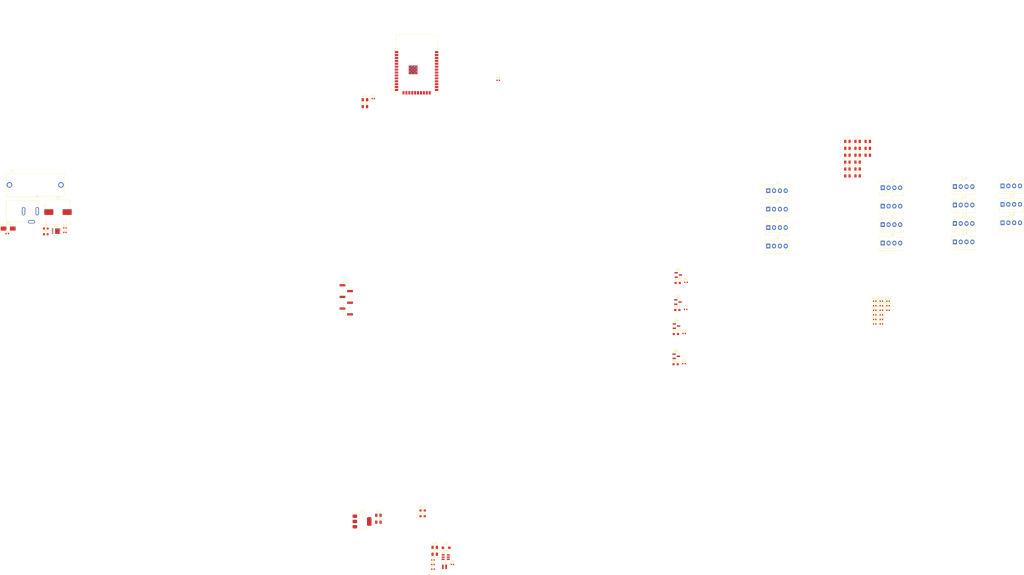
<source format=kicad_pcb>
(kicad_pcb (version 20240108) (generator "pcbnew") (generator_version "8.0")
  (layers (0 "F.Cu" signal) (31 "B.Cu" signal) (34 "B.Paste" user) (35 "F.Paste" user) (36 "B.SilkS" user "B.Silkscreen") (37 "F.SilkS" user "F.Silkscreen") (38 "B.Mask" user) (39 "F.Mask" user) (44 "Edge.Cuts" user))
  (net 0 "")
  (net 1 "Net-(D1-A2)")
  (net 2 "GND")
  (net 3 "+12V")
  (net 4 "+5V")
  (net 5 "Net-(D2-K)")
  (net 6 "Net-(U2-BST)")
  (net 7 "+3V3")
  (net 8 "Net-(D1-A1)")
  (net 9 "/PWM_G1")
  (net 10 "/TACH1")
  (net 11 "/TACH2")
  (net 12 "/TACH3")
  (net 13 "/TACH4")
  (net 14 "/PWM_G2")
  (net 15 "/TACH5")
  (net 16 "/TACH6")
  (net 17 "/TACH7")
  (net 18 "/TACH8")
  (net 19 "/TACH9")
  (net 20 "/PWM_G3")
  (net 21 "/TACH10")
  (net 22 "/TACH11")
  (net 23 "/TACH12")
  (net 24 "/PWM_G4")
  (net 25 "/TACH13")
  (net 26 "/TACH14")
  (net 27 "/TACH15")
  (net 28 "/TXD")
  (net 29 "/RXD")
  (net 30 "/EN")
  (net 31 "/IO0")
  (net 32 "Net-(Q1-G)")
  (net 33 "Net-(Q2-G)")
  (net 34 "Net-(Q3-G)")
  (net 35 "Net-(Q4-G)")
  (net 36 "Net-(Q5-G)")
  (net 37 "Net-(U2-EN)")
  (net 38 "Net-(U2-FB)")
  (net 39 "/PWM")
  (net 40 "/PWM_PU")
  (net 55 "Net-(F1-Pad1)")
  (net 57 "Net-(C1-Pad1)")
  (footprint "Connector:FanPinHeader_1x04_P2.54mm_Vertical" (layer "F.Cu") (at 273.2 42.1)
    (property "Reference" "J4" (at 4 -3.55 0) (layer "F.SilkS"))
    (property "Value" "Fan")
    (pad "" np_thru_hole circle (at 5.08 -2.16 90) (size 1.1 1.1) (drill 1.1) (layers "*.Cu" "*.Mask"))
    (pad "1" thru_hole rect (at 0 0 90) (size 2.03 1.73) (drill 1.02) (layers "*.Cu" "*.Mask") (net 2 "GND"))
    (pad "2" thru_hole oval (at 2.54 0 90) (size 2.03 1.73) (drill 1.02) (layers "*.Cu" "*.Mask") (net 3 "+12V"))
    (pad "3" thru_hole oval (at 5.08 0 90) (size 2.03 1.73) (drill 1.02) (layers "*.Cu" "*.Mask") (net 12 "/TACH3"))
    (pad "4" thru_hole oval (at 7.62 0 90) (size 2.03 1.73) (drill 1.02) (layers "*.Cu" "*.Mask") (net 9 "/PWM_G1"))
  )
  (footprint "Resistor_SMD:R_0402_1005Metric" (layer "F.Cu") (at 325.49 78.2)
    (property "Reference" "R30" (at 0 -1.17 0) (layer "F.SilkS"))
    (property "Value" "10k")
    (pad "1" smd roundrect (at -0.51 0) (size 0.54 0.64) (layers "F.Cu" "F.Paste" "F.Mask") (net 27 "/TACH15"))
    (pad "2" smd roundrect (at 0.51 0) (size 0.54 0.64) (layers "F.Cu" "F.Paste" "F.Mask") (net 7 "+3V3"))
  )
  (footprint "Resistor_SMD:R_0402_1005Metric" (layer "F.Cu") (at 319.67 82.18)
    (property "Reference" "R20" (at 0 -1.17 0) (layer "F.SilkS"))
    (property "Value" "10k")
    (pad "1" smd roundrect (at -0.51 0) (size 0.54 0.64) (layers "F.Cu" "F.Paste" "F.Mask") (net 15 "/TACH5"))
    (pad "2" smd roundrect (at 0.51 0) (size 0.54 0.64) (layers "F.Cu" "F.Paste" "F.Mask") (net 7 "+3V3"))
  )
  (footprint "Connector:FanPinHeader_1x04_P2.54mm_Vertical" (layer "F.Cu") (at 323.18 40.8)
    (property "Reference" "J8" (at 4 -3.55 0) (layer "F.SilkS"))
    (property "Value" "Fan")
    (pad "" np_thru_hole circle (at 5.08 -2.16 90) (size 1.1 1.1) (drill 1.1) (layers "*.Cu" "*.Mask"))
    (pad "1" thru_hole rect (at 0 0 90) (size 2.03 1.73) (drill 1.02) (layers "*.Cu" "*.Mask") (net 2 "GND"))
    (pad "2" thru_hole oval (at 2.54 0 90) (size 2.03 1.73) (drill 1.02) (layers "*.Cu" "*.Mask") (net 3 "+12V"))
    (pad "3" thru_hole oval (at 5.08 0 90) (size 2.03 1.73) (drill 1.02) (layers "*.Cu" "*.Mask") (net 17 "/TACH7"))
    (pad "4" thru_hole oval (at 7.62 0 90) (size 2.03 1.73) (drill 1.02) (layers "*.Cu" "*.Mask") (net 14 "/PWM_G2"))
  )
  (footprint "Capacitor_SMD:C_0805_2012Metric" (layer "F.Cu") (at 307.75 4.48)
    (property "Reference" "C11" (at 0 -1.68 0) (layer "F.SilkS"))
    (property "Value" "1u")
    (pad "1" smd roundrect (at -0.95 0) (size 1 1.45) (layers "F.Cu" "F.Paste" "F.Mask") (net 3 "+12V"))
    (pad "2" smd roundrect (at 0.95 0) (size 1 1.45) (layers "F.Cu" "F.Paste" "F.Mask") (net 2 "GND"))
  )
  (footprint "Capacitor_SMD:C_0805_2012Metric" (layer "F.Cu") (at 97.1 -10.71)
    (property "Reference" "C26" (at 0 -1.68 0) (layer "F.SilkS"))
    (property "Value" "10u")
    (pad "1" smd roundrect (at -0.95 0) (size 1 1.45) (layers "F.Cu" "F.Paste" "F.Mask") (net 7 "+3V3"))
    (pad "2" smd roundrect (at 0.95 0) (size 1 1.45) (layers "F.Cu" "F.Paste" "F.Mask") (net 2 "GND"))
  )
  (footprint "Capacitor_SMD:C_0805_2012Metric" (layer "F.Cu") (at 307.75 7.49)
    (property "Reference" "C12" (at 0 -1.68 0) (layer "F.SilkS"))
    (property "Value" "1u")
    (pad "1" smd roundrect (at -0.95 0) (size 1 1.45) (layers "F.Cu" "F.Paste" "F.Mask") (net 3 "+12V"))
    (pad "2" smd roundrect (at 0.95 0) (size 1 1.45) (layers "F.Cu" "F.Paste" "F.Mask") (net 2 "GND"))
  )
  (footprint "Capacitor_SMD:C_0805_2012Metric" (layer "F.Cu") (at 316.65 10.5)
    (property "Reference" "C25" (at 0 -1.68 0) (layer "F.SilkS"))
    (property "Value" "1u")
    (pad "1" smd roundrect (at -0.95 0) (size 1 1.45) (layers "F.Cu" "F.Paste" "F.Mask") (net 3 "+12V"))
    (pad "2" smd roundrect (at 0.95 0) (size 1 1.45) (layers "F.Cu" "F.Paste" "F.Mask") (net 2 "GND"))
  )
  (footprint "Resistor_SMD:R_0402_1005Metric" (layer "F.Cu") (at 126.81 189.21)
    (property "Reference" "R3" (at 0 -1.17 0) (layer "F.SilkS"))
    (property "Value" "49k9")
    (pad "1" smd roundrect (at -0.51 0) (size 0.54 0.64) (layers "F.Cu" "F.Paste" "F.Mask") (net 38 "Net-(U2-FB)"))
    (pad "2" smd roundrect (at 0.51 0) (size 0.54 0.64) (layers "F.Cu" "F.Paste" "F.Mask") (net 7 "+3V3"))
  )
  (footprint "Resistor_SMD:R_0402_1005Metric" (layer "F.Cu") (at 322.58 80.19)
    (property "Reference" "R25" (at 0 -1.17 0) (layer "F.SilkS"))
    (property "Value" "10k")
    (pad "1" smd roundrect (at -0.51 0) (size 0.54 0.64) (layers "F.Cu" "F.Paste" "F.Mask") (net 21 "/TACH10"))
    (pad "2" smd roundrect (at 0.51 0) (size 0.54 0.64) (layers "F.Cu" "F.Paste" "F.Mask") (net 7 "+3V3"))
  )
  (footprint "Capacitor_SMD:C_0805_2012Metric" (layer "F.Cu") (at 97.1 -13.72)
    (property "Reference" "C2" (at 0 -1.68 0) (layer "F.SilkS"))
    (property "Value" "10u")
    (pad "1" smd roundrect (at -0.95 0) (size 1 1.45) (layers "F.Cu" "F.Paste" "F.Mask") (net 7 "+3V3"))
    (pad "2" smd roundrect (at 0.95 0) (size 1 1.45) (layers "F.Cu" "F.Paste" "F.Mask") (net 2 "GND"))
  )
  (footprint "Capacitor_SMD:C_0805_2012Metric" (layer "F.Cu") (at 127.58 184.72)
    (property "Reference" "C10" (at 0 -1.68 0) (layer "F.SilkS"))
    (property "Value" "10u")
    (pad "1" smd roundrect (at -0.95 0) (size 1 1.45) (layers "F.Cu" "F.Paste" "F.Mask") (net 7 "+3V3"))
    (pad "2" smd roundrect (at 0.95 0) (size 1 1.45) (layers "F.Cu" "F.Paste" "F.Mask") (net 2 "GND"))
  )
  (footprint "Connector:FanPinHeader_1x04_P2.54mm_Vertical" (layer "F.Cu") (at 273.2 50.15)
    (property "Reference" "J5" (at 4 -3.55 0) (layer "F.SilkS"))
    (property "Value" "Fan")
    (pad "" np_thru_hole circle (at 5.08 -2.16 90) (size 1.1 1.1) (drill 1.1) (layers "*.Cu" "*.Mask"))
    (pad "1" thru_hole rect (at 0 0 90) (size 2.03 1.73) (drill 1.02) (layers "*.Cu" "*.Mask") (net 2 "GND"))
    (pad "2" thru_hole oval (at 2.54 0 90) (size 2.03 1.73) (drill 1.02) (layers "*.Cu" "*.Mask") (net 3 "+12V"))
    (pad "3" thru_hole oval (at 5.08 0 90) (size 2.03 1.73) (drill 1.02) (layers "*.Cu" "*.Mask") (net 13 "/TACH4"))
    (pad "4" thru_hole oval (at 7.62 0 90) (size 2.03 1.73) (drill 1.02) (layers "*.Cu" "*.Mask") (net 9 "/PWM_G1"))
  )
  (footprint "Capacitor_SMD:C_0402_1005Metric" (layer "F.Cu") (at -33.88 42.23)
    (property "Reference" "C1" (at 0 -1.16 0) (layer "F.SilkS"))
    (property "Value" "TBD")
    (pad "1" smd roundrect (at -0.48 0) (size 0.56 0.62) (layers "F.Cu" "F.Paste" "F.Mask") (net 57 "Net-(C1-Pad1)"))
    (pad "2" smd roundrect (at 0.48 0) (size 0.56 0.62) (layers "F.Cu" "F.Paste" "F.Mask") (net 1 "Net-(D1-A2)"))
  )
  (footprint "Resistor_SMD:R_0603_1608Metric_Pad0.98x0.95mm_HandSolder" (layer "F.Cu") (at 233.66 66.26)
    (property "Reference" "R12" (at 0 -1.43 0) (layer "F.SilkS"))
    (property "Value" "1k")
    (pad "1" smd roundrect (at -0.9125 0) (size 0.975 0.95) (layers "F.Cu" "F.Paste" "F.Mask") (net 40 "/PWM_PU"))
    (pad "2" smd roundrect (at 0.9125 0) (size 0.975 0.95) (layers "F.Cu" "F.Paste" "F.Mask") (net 9 "/PWM_G1"))
  )
  (footprint "Connector:FanPinHeader_1x04_P2.54mm_Vertical" (layer "F.Cu") (at 273.2 26)
    (property "Reference" "J2" (at 4 -3.55 0) (layer "F.SilkS"))
    (property "Value" "Fan")
    (pad "" np_thru_hole circle (at 5.08 -2.16 90) (size 1.1 1.1) (drill 1.1) (layers "*.Cu" "*.Mask"))
    (pad "1" thru_hole rect (at 0 0 90) (size 2.03 1.73) (drill 1.02) (layers "*.Cu" "*.Mask") (net 2 "GND"))
    (pad "2" thru_hole oval (at 2.54 0 90) (size 2.03 1.73) (drill 1.02) (layers "*.Cu" "*.Mask") (net 3 "+12V"))
    (pad "3" thru_hole oval (at 5.08 0 90) (size 2.03 1.73) (drill 1.02) (layers "*.Cu" "*.Mask") (net 10 "/TACH1"))
    (pad "4" thru_hole oval (at 7.62 0 90) (size 2.03 1.73) (drill 1.02) (layers "*.Cu" "*.Mask") (net 9 "/PWM_G1"))
  )
  (footprint "Package_TO_SOT_SMD:SOT-23" (layer "F.Cu") (at 233.7625 74.6)
    (property "Reference" "Q3" (at 0 -2.4 0) (layer "F.SilkS"))
    (property "Value" "Q_NMOS_GSD")
    (pad "1" smd roundrect (at -0.9375 -0.95) (size 1.475 0.6) (layers "F.Cu" "F.Paste" "F.Mask") (net 34 "Net-(Q3-G)"))
    (pad "2" smd roundrect (at -0.9375 0.95) (size 1.475 0.6) (layers "F.Cu" "F.Paste" "F.Mask") (net 2 "GND"))
    (pad "3" smd roundrect (at 0.9375 0) (size 1.475 0.6) (layers "F.Cu" "F.Paste" "F.Mask") (net 14 "/PWM_G2"))
  )
  (footprint "Capacitor_SMD:CP_Elec_10x10" (layer "F.Cu") (at -36.905 35.32)
    (property "Reference" "C5" (at 0 -6.2 0) (layer "F.SilkS"))
    (property "Value" "470u")
    (pad "1" smd roundrect (at -4 0) (size 4 2.5) (layers "F.Cu" "F.Paste" "F.Mask") (roundrect_rratio 0.1) (net 3 "+12V"))
    (pad "2" smd roundrect (at 4 0) (size 4 2.5) (layers "F.Cu" "F.Paste" "F.Mask") (roundrect_rratio 0.1) (net 2 "GND"))
  )
  (footprint "Resistor_SMD:R_0603_1608Metric_Pad0.98x0.95mm_HandSolder" (layer "F.Cu") (at 122.3 168.11)
    (property "Reference" "R11" (at 0 -1.43 0) (layer "F.SilkS"))
    (property "Value" "0R")
    (pad "1" smd roundrect (at -0.9125 0) (size 0.975 0.95) (layers "F.Cu" "F.Paste" "F.Mask") (net 7 "+3V3"))
    (pad "2" smd roundrect (at 0.9125 0) (size 0.975 0.95) (layers "F.Cu" "F.Paste" "F.Mask") (net 40 "/PWM_PU"))
  )
  (footprint "Inductor_SMD:L_0603_1608Metric" (layer "F.Cu") (at -42.21 45.01)
    (property "Reference" "FB2" (at 0 -1.43 0) (layer "F.SilkS"))
    (property "Value" "30R @ 100MHz")
    (pad "1" smd roundrect (at -0.7875 0) (size 0.875 0.95) (layers "F.Cu" "F.Paste" "F.Mask") (net 2 "GND"))
    (pad "2" smd roundrect (at 0.7875 0) (size 0.875 0.95) (layers "F.Cu" "F.Paste" "F.Mask") (net 1 "Net-(D1-A2)"))
  )
  (footprint "Capacitor_SMD:C_0805_2012Metric" (layer "F.Cu") (at 307.75 13.51)
    (property "Reference" "C14" (at 0 -1.68 0) (layer "F.SilkS"))
    (property "Value" "1u")
    (pad "1" smd roundrect (at -0.95 0) (size 1 1.45) (layers "F.Cu" "F.Paste" "F.Mask") (net 3 "+12V"))
    (pad "2" smd roundrect (at 0.95 0) (size 1 1.45) (layers "F.Cu" "F.Paste" "F.Mask") (net 2 "GND"))
  )
  (footprint "Capacitor_SMD:C_0402_1005Metric" (layer "F.Cu") (at -33.88 44.2)
    (property "Reference" "C3" (at 0 -1.16 0) (layer "F.SilkS"))
    (property "Value" "TBD")
    (pad "1" smd roundrect (at -0.48 0) (size 0.56 0.62) (layers "F.Cu" "F.Paste" "F.Mask") (net 3 "+12V"))
    (pad "2" smd roundrect (at 0.48 0) (size 0.56 0.62) (layers "F.Cu" "F.Paste" "F.Mask") (net 2 "GND"))
  )
  (footprint "Connector:FanPinHeader_1x04_P2.54mm_Vertical" (layer "F.Cu") (at 323.18 48.85)
    (property "Reference" "J9" (at 4 -3.55 0) (layer "F.SilkS"))
    (property "Value" "Fan")
    (pad "" np_thru_hole circle (at 5.08 -2.16 90) (size 1.1 1.1) (drill 1.1) (layers "*.Cu" "*.Mask"))
    (pad "1" thru_hole rect (at 0 0 90) (size 2.03 1.73) (drill 1.02) (layers "*.Cu" "*.Mask") (net 2 "GND"))
    (pad "2" thru_hole oval (at 2.54 0 90) (size 2.03 1.73) (drill 1.02) (layers "*.Cu" "*.Mask") (net 3 "+12V"))
    (pad "3" thru_hole oval (at 5.08 0 90) (size 2.03 1.73) (drill 1.02) (layers "*.Cu" "*.Mask") (net 18 "/TACH8"))
    (pad "4" thru_hole oval (at 7.62 0 90) (size 2.03 1.73) (drill 1.02) (layers "*.Cu" "*.Mask") (net 14 "/PWM_G2"))
  )
  (footprint "Capacitor_SMD:C_0402_1005Metric" (layer "F.Cu") (at 100.76 -14.24)
    (property "Reference" "C4" (at 0 -1.16 0) (layer "F.SilkS"))
    (property "Value" "100n")
    (pad "1" smd roundrect (at -0.48 0) (size 0.56 0.62) (layers "F.Cu" "F.Paste" "F.Mask") (net 7 "+3V3"))
    (pad "2" smd roundrect (at 0.48 0) (size 0.56 0.62) (layers "F.Cu" "F.Paste" "F.Mask") (net 2 "GND"))
  )
  (footprint "Capacitor_SMD:C_0805_2012Metric" (layer "F.Cu") (at 312.2 10.5)
    (property "Reference" "C19" (at 0 -1.68 0) (layer "F.SilkS"))
    (property "Value" "1u")
    (pad "1" smd roundrect (at -0.95 0) (size 1 1.45) (layers "F.Cu" "F.Paste" "F.Mask") (net 3 "+12V"))
    (pad "2" smd roundrect (at 0.95 0) (size 1 1.45) (layers "F.Cu" "F.Paste" "F.Mask") (net 2 "GND"))
  )
  (footprint "Connector:FanPinHeader_1x04_P2.54mm_Vertical" (layer "F.Cu") (at 375.48 23.9)
    (property "Reference" "J14" (at 4 -3.55 0) (layer "F.SilkS"))
    (property "Value" "Fan")
    (pad "" np_thru_hole circle (at 5.08 -2.16 90) (size 1.1 1.1) (drill 1.1) (layers "*.Cu" "*.Mask"))
    (pad "1" thru_hole rect (at 0 0 90) (size 2.03 1.73) (drill 1.02) (layers "*.Cu" "*.Mask") (net 2 "GND"))
    (pad "2" thru_hole oval (at 2.54 0 90) (size 2.03 1.73) (drill 1.02) (layers "*.Cu" "*.Mask") (net 3 "+12V"))
    (pad "3" thru_hole oval (at 5.08 0 90) (size 2.03 1.73) (drill 1.02) (layers "*.Cu" "*.Mask") (net 25 "/TACH13"))
    (pad "4" thru_hole oval (at 7.62 0 90) (size 2.03 1.73) (drill 1.02) (layers "*.Cu" "*.Mask") (net 24 "/PWM_G4"))
  )
  (footprint "Connector:FanPinHeader_1x04_P2.54mm_Vertical" (layer "F.Cu") (at 273.2 34.05)
    (property "Reference" "J3" (at 4 -3.55 0) (layer "F.SilkS"))
    (property "Value" "Fan")
    (pad "" np_thru_hole circle (at 5.08 -2.16 90) (size 1.1 1.1) (drill 1.1) (layers "*.Cu" "*.Mask"))
    (pad "1" thru_hole rect (at 0 0 90) (size 2.03 1.73) (drill 1.02) (layers "*.Cu" "*.Mask") (net 2 "GND"))
    (pad "2" thru_hole oval (at 2.54 0 90) (size 2.03 1.73) (drill 1.02) (layers "*.Cu" "*.Mask") (net 3 "+12V"))
    (pad "3" thru_hole oval (at 5.08 0 90) (size 2.03 1.73) (drill 1.02) (layers "*.Cu" "*.Mask") (net 11 "/TACH2"))
    (pad "4" thru_hole oval (at 7.62 0 90) (size 2.03 1.73) (drill 1.02) (layers "*.Cu" "*.Mask") (net 9 "/PWM_G1"))
  )
  (footprint "Capacitor_SMD:C_0805_2012Metric" (layer "F.Cu") (at 312.2 13.51)
    (property "Reference" "C20" (at 0 -1.68 0) (layer "F.SilkS"))
    (property "Value" "1u")
    (pad "1" smd roundrect (at -0.95 0) (size 1 1.45) (layers "F.Cu" "F.Paste" "F.Mask") (net 3 "+12V"))
    (pad "2" smd roundrect (at 0.95 0) (size 1 1.45) (layers "F.Cu" "F.Paste" "F.Mask") (net 2 "GND"))
  )
  (footprint "Resistor_SMD:R_0402_1005Metric" (layer "F.Cu") (at 236.49 88.3)
    (property "Reference" "R8" (at 0 -1.17 0) (layer "F.SilkS"))
    (property "Value" "1R")
    (pad "1" smd roundrect (at -0.51 0) (size 0.54 0.64) (layers "F.Cu" "F.Paste" "F.Mask") (net 39 "/PWM"))
    (pad "2" smd roundrect (at 0.51 0) (size 0.54 0.64) (layers "F.Cu" "F.Paste" "F.Mask") (net 35 "Net-(Q4-G)"))
  )
  (footprint "Resistor_SMD:R_0402_1005Metric" (layer "F.Cu") (at 319.67 84.17)
    (property "Reference" "R21" (at 0 -1.17 0) (layer "F.SilkS"))
    (property "Value" "10k")
    (pad "1" smd roundrect (at -0.51 0) (size 0.54 0.64) (layers "F.Cu" "F.Paste" "F.Mask") (net 16 "/TACH6"))
    (pad "2" smd roundrect (at 0.51 0) (size 0.54 0.64) (layers "F.Cu" "F.Paste" "F.Mask") (net 7 "+3V3"))
  )
  (footprint "Resistor_SMD:R_0402_1005Metric" (layer "F.Cu") (at 237.1225 77.815)
    (property "Reference" "R7" (at 0 -1.17 0) (layer "F.SilkS"))
    (property "Value" "1R")
    (pad "1" smd roundrect (at -0.51 0) (size 0.54 0.64) (layers "F.Cu" "F.Paste" "F.Mask") (net 39 "/PWM"))
    (pad "2" smd roundrect (at 0.51 0) (size 0.54 0.64) (layers "F.Cu" "F.Paste" "F.Mask") (net 34 "Net-(Q3-G)"))
  )
  (footprint "Resistor_SMD:R_0402_1005Metric" (layer "F.Cu") (at 319.67 78.2)
    (property "Reference" "R18" (at 0 -1.17 0) (layer "F.SilkS"))
    (property "Value" "10k")
    (pad "1" smd roundrect (at -0.51 0) (size 0.54 0.64) (layers "F.Cu" "F.Paste" "F.Mask") (net 12 "/TACH3"))
    (pad "2" smd roundrect (at 0.51 0) (size 0.54 0.64) (layers "F.Cu" "F.Paste" "F.Mask") (net 7 "+3V3"))
  )
  (footprint "Resistor_SMD:R_0402_1005Metric" (layer "F.Cu") (at 322.58 82.18)
    (property "Reference" "R26" (at 0 -1.17 0) (layer "F.SilkS"))
    (property "Value" "10k")
    (pad "1" smd roundrect (at -0.51 0) (size 0.54 0.64) (layers "F.Cu" "F.Paste" "F.Mask") (net 22 "/TACH11"))
    (pad "2" smd roundrect (at 0.51 0) (size 0.54 0.64) (layers "F.Cu" "F.Paste" "F.Mask") (net 7 "+3V3"))
  )
  (footprint "Resistor_SMD:R_0402_1005Metric" (layer "F.Cu") (at 322.58 78.2)
    (property "Reference" "R24" (at 0 -1.17 0) (layer "F.SilkS"))
    (property "Value" "10k")
    (pad "1" smd roundrect (at -0.51 0) (size 0.54 0.64) (layers "F.Cu" "F.Paste" "F.Mask") (net 19 "/TACH9"))
    (pad "2" smd roundrect (at 0.51 0) (size 0.54 0.64) (layers "F.Cu" "F.Paste" "F.Mask") (net 7 "+3V3"))
  )
  (footprint "Resistor_SMD:R_0402_1005Metric" (layer "F.Cu") (at 126.81 187.22)
    (property "Reference" "R2" (at 0 -1.17 0) (layer "F.SilkS"))
    (property "Value" "10k")
    (pad "1" smd roundrect (at -0.51 0) (size 0.54 0.64) (layers "F.Cu" "F.Paste" "F.Mask") (net 37 "Net-(U2-EN)"))
    (pad "2" smd roundrect (at 0.51 0) (size 0.54 0.64) (layers "F.Cu" "F.Paste" "F.Mask") (net 3 "+12V"))
  )
  (footprint "Capacitor_SMD:C_0805_2012Metric" (layer "F.Cu") (at 307.75 16.52)
    (property "Reference" "C15" (at 0 -1.68 0) (layer "F.SilkS"))
    (property "Value" "1u")
    (pad "1" smd roundrect (at -0.95 0) (size 1 1.45) (layers "F.Cu" "F.Paste" "F.Mask") (net 3 "+12V"))
    (pad "2" smd roundrect (at 0.95 0) (size 1 1.45) (layers "F.Cu" "F.Paste" "F.Mask") (net 2 "GND"))
  )
  (footprint "RF_Module:ESP32-WROOM-32D" (layer "F.Cu") (at 119.65 -26.25)
    (property "Reference" "U1" (at -10.61 8.43 90) (layer "F.SilkS"))
    (property "Value" "ESP32-WROOM-32E")
    (pad "1" smd rect (at -8.75 -8.25) (size 1.5 0.9) (layers "F.Cu" "F.Paste" "F.Mask") (net 2 "GND"))
    (pad "2" smd rect (at -8.75 -6.98) (size 1.5 0.9) (layers "F.Cu" "F.Paste" "F.Mask") (net 7 "+3V3"))
    (pad "3" smd rect (at -8.75 -5.71) (size 1.5 0.9) (layers "F.Cu" "F.Paste" "F.Mask") (net 30 "/EN"))
    (pad "4" smd rect (at -8.75 -4.44) (size 1.5 0.9) (layers "F.Cu" "F.Paste" "F.Mask"))
    (pad "5" smd rect (at -8.75 -3.17) (size 1.5 0.9) (layers "F.Cu" "F.Paste" "F.Mask"))
    (pad "6" smd rect (at -8.75 -1.9) (size 1.5 0.9) (layers "F.Cu" "F.Paste" "F.Mask") (net 26 "/TACH14"))
    (pad "7" smd rect (at -8.75 -0.63) (size 1.5 0.9) (layers "F.Cu" "F.Paste" "F.Mask") (net 27 "/TACH15"))
    (pad "8" smd rect (at -8.75 0.64) (size 1.5 0.9) (layers "F.Cu" "F.Paste" "F.Mask") (net 23 "/TACH12"))
    (pad "9" smd rect (at -8.75 1.91) (size 1.5 0.9) (layers "F.Cu" "F.Paste" "F.Mask") (net 25 "/TACH13"))
    (pad "10" smd rect (at -8.75 3.18) (size 1.5 0.9) (layers "F.Cu" "F.Paste" "F.Mask") (net 19 "/TACH9"))
    (pad "11" smd rect (at -8.75 4.45) (size 1.5 0.9) (layers "F.Cu" "F.Paste" "F.Mask") (net 21 "/TACH10"))
    (pad "12" smd rect (at -8.75 5.72) (size 1.5 0.9) (layers "F.Cu" "F.Paste" "F.Mask") (net 22 "/TACH11"))
    (pad "13" smd rect (at -8.75 6.99) (size 1.5 0.9) (layers "F.Cu" "F.Paste" "F.Mask") (net 10 "/TACH1"))
    (pad "14" smd rect (at -8.75 8.26) (size 1.5 0.9) (layers "F.Cu" "F.Paste" "F.Mask"))
    (pad "15" smd rect (at -5.71 9.51 90) (size 1.5 0.9) (layers "F.Cu" "F.Paste" "F.Mask") (net 2 "GND"))
    (pad "16" smd rect (at -4.44 9.51 90) (size 1.5 0.9) (layers "F.Cu" "F.Paste" "F.Mask") (net 39 "/PWM"))
    (pad "17" smd rect (at -3.17 9.51 90) (size 1.5 0.9) (layers "F.Cu" "F.Paste" "F.Mask"))
    (pad "18" smd rect (at -1.9 9.51 90) (size 1.5 0.9) (layers "F.Cu" "F.Paste" "F.Mask"))
    (pad "19" smd rect (at -0.63 9.51 90) (size 1.5 0.9) (layers "F.Cu" "F.Paste" "F.Mask"))
    (pad "20" smd rect (at 0.64 9.51 90) (size 1.5 0.9) (layers "F.Cu" "F.Paste" "F.Mask"))
    (pad "21" smd rect (at 1.91 9.51 90) (size 1.5 0.9) (layers "F.Cu" "F.Paste" "F.Mask"))
    (pad "22" smd rect (at 3.18 9.51 90) (size 1.5 0.9) (layers "F.Cu" "F.Paste" "F.Mask"))
    (pad "23" smd rect (at 4.45 9.51 90) (size 1.5 0.9) (layers "F.Cu" "F.Paste" "F.Mask"))
    (pad "24" smd rect (at 5.72 9.51 90) (size 1.5 0.9) (layers "F.Cu" "F.Paste" "F.Mask"))
    (pad "25" smd rect (at 8.75 8.26) (size 1.5 0.9) (layers "F.Cu" "F.Paste" "F.Mask") (net 31 "/IO0"))
    (pad "26" smd rect (at 8.75 6.99) (size 1.5 0.9) (layers "F.Cu" "F.Paste" "F.Mask"))
    (pad "27" smd rect (at 8.75 5.72) (size 1.5 0.9) (layers "F.Cu" "F.Paste" "F.Mask") (net 11 "/TACH2"))
    (pad "28" smd rect (at 8.75 4.45) (size 1.5 0.9) (layers "F.Cu" "F.Paste" "F.Mask") (net 12 "/TACH3"))
    (pad "29" smd rect (at 8.75 3.18) (size 1.5 0.9) (layers "F.Cu" "F.Paste" "F.Mask"))
    (pad "30" smd rect (at 8.75 1.91) (size 1.5 0.9) (layers "F.Cu" "F.Paste" "F.Mask") (net 13 "/TACH4"))
    (pad "31" smd rect (at 8.75 0.64) (size 1.5 0.9) (layers "F.Cu" "F.Paste" "F.Mask") (net 15 "/TACH5"))
    (pad "32" smd rect (at 8.75 -0.63) (size 1.5 0.9) (layers "F.Cu" "F.Paste" "F.Mask"))
    (pad "33" smd rect (at 8.75 -1.9) (size 1.5 0.9) (layers "F.Cu" "F.Paste" "F.Mask") (net 16 "/TACH6"))
    (pad "34" smd rect (at 8.75 -3.17) (size 1.5 0.9) (layers "F.Cu" "F.Paste" "F.Mask") (net 29 "/RXD"))
    (pad "35" smd rect (at 8.75 -4.44) (size 1.5 0.9) (layers "F.Cu" "F.Paste" "F.Mask") (net 28 "/TXD"))
    (pad "36" smd rect (at 8.75 -5.71) (size 1.5 0.9) (layers "F.Cu" "F.Paste" "F.Mask") (net 17 "/TACH7"))
    (pad "37" smd rect (at 8.75 -6.98) (size 1.5 0.9) (layers "F.Cu" "F.Paste" "F.Mask") (net 18 "/TACH8"))
    (pad "38" smd rect (at 8.75 -8.25) (size 1.5 0.9) (layers "F.Cu" "F.Paste" "F.Mask") (net 2 "GND"))
    (pad "39" smd rect (at -2.9 -1.93) (size 0.9 0.9) (layers "F.Cu" "F.Paste") (net 2 "GND"))
    (pad "39" thru_hole circle (at -2.9 -1.23) (size 0.6 0.6) (drill 0.2) (property pad_prop_heatsink) (layers "*.Cu" "F.Mask") (net 2 "GND"))
    (pad "39" smd rect (at -2.9 -0.53) (size 0.9 0.9) (layers "F.Cu" "F.Paste") (net 2 "GND"))
    (pad "39" thru_hole circle (at -2.9 0.17) (size 0.6 0.6) (drill 0.2) (property pad_prop_heatsink) (layers "*.Cu" "F.Mask") (net 2 "GND"))
    (pad "39" smd rect (at -2.9 0.87) (size 0.9 0.9) (layers "F.Cu" "F.Paste") (net 2 "GND"))
    (pad "39" thru_hole circle (at -2.2 -1.93) (size 0.6 0.6) (drill 0.2) (property pad_prop_heatsink) (layers "*.Cu" "F.Mask") (net 2 "GND"))
    (pad "39" thru_hole circle (at -2.2 -0.53) (size 0.6 0.6) (drill 0.2) (property pad_prop_heatsink) (layers "*.Cu" "F.Mask") (net 2 "GND"))
    (pad "39" thru_hole circle (at -2.2 0.87) (size 0.6 0.6) (drill 0.2) (property pad_prop_heatsink) (layers "*.Cu" "F.Mask") (net 2 "GND"))
    (pad "39" thru_hole circle (at -1.525 -1.23) (size 0.6 0.6) (drill 0.2) (property pad_prop_heatsink) (layers "*.Cu" "F.Mask") (net 2 "GND"))
    (pad "39" thru_hole circle (at -1.525 0.17) (size 0.6 0.6) (drill 0.2) (property pad_prop_heatsink) (layers "*.Cu" "F.Mask") (net 2 "GND"))
    (pad "39" smd rect (at -1.5 -1.93) (size 0.9 0.9) (layers "F.Cu" "F.Paste") (net 2 "GND"))
    (pad "39" smd rect (at -1.5 -0.53) (size 0.9 0.9) (layers "F.Cu" "F.Paste") (net 2 "GND"))
    (pad "39" smd rect (at -1.5 -0.53) (size 3.8 3.8) (layers "F.Cu" "F.Mask") (net 2 "GND"))
    (pad "39" smd rect (at -1.5 0.87) (size 0.9 0.9) (layers "F.Cu" "F.Paste") (net 2 "GND"))
    (pad "39" thru_hole circle (at -0.8 -1.93) (size 0.6 0.6) (drill 0.2) (property pad_prop_heatsink) (layers "*.Cu" "F.Mask") (net 2 "GND"))
    (pad "39" thru_hole circle (at -0.8 -0.53) (size 0.6 0.6) (drill 0.2) (property pad_prop_heatsink) (layers "*.Cu" "F.Mask") (net 2 "GND"))
    (pad "39" thru_hole circle (at -0.8 0.87) (size 0.6 0.6) (drill 0.2) (property pad_prop_heatsink) (layers "*.Cu" "F.Mask") (net 2 "GND"))
    (pad "39" smd rect (at -0.1 -1.93) (size 0.9 0.9) (layers "F.Cu" "F.Paste") (net 2 "GND"))
    (pad "39" thru_hole circle (at -0.1 -1.23) (size 0.6 0.6) (drill 0.2) (property pad_prop_heatsink) (layers "*.Cu" "F.Mask") (net 2 "GND"))
    (pad "39" smd rect (at -0.1 -0.53) (size 0.9 0.9) (layers "F.Cu" "F.Paste") (net 2 "GND"))
    (pad "39" thru_hole circle (at -0.1 0.17) (size 0.6 0.6) (drill 0.2) (property pad_prop_heatsink) (layers "*.Cu" "F.Mask") (net 2 "GND"))
    (pad "39" smd rect (at -0.1 0.87) (size 0.9 0.9) (layers "F.Cu" "F.Paste") (net 2 "GND"))
  )
  (footprint "Capacitor_SMD:C_0805_2012Metric" (layer "F.Cu") (at 316.65 7.49)
    (property "Reference" "C24" (at 0 -1.68 0) (layer "F.SilkS"))
    (property "Value" "1u")
    (pad "1" smd roundrect (at -0.95 0) (size 1 1.45) (layers "F.Cu" "F.Paste" "F.Mask") (net 3 "+12V"))
    (pad "2" smd roundrect (at 0.95 0) (size 1 1.45) (layers "F.Cu" "F.Paste" "F.Mask") (net 2 "GND"))
  )
  (footprint "Capacitor_SMD:C_0805_2012Metric" (layer "F.Cu") (at 103 167.705)
    (property "Reference" "C7" (at 0 -1.68 0) (layer "F.SilkS"))
    (property "Value" "4u7")
    (pad "1" smd roundrect (at -0.95 0) (size 1 1.45) (layers "F.Cu" "F.Paste" "F.Mask") (net 3 "+12V"))
    (pad "2" smd roundrect (at 0.95 0) (size 1 1.45) (layers "F.Cu" "F.Paste" "F.Mask") (net 2 "GND"))
  )
  (footprint "Package_TO_SOT_SMD:SOT-23" (layer "F.Cu") (at 233.03 98.285)
    (property "Reference" "Q5" (at 0 -2.4 0) (layer "F.SilkS"))
    (property "Value" "Q_NMOS_GSD")
    (pad "1" smd roundrect (at -0.9375 -0.95) (size 1.475 0.6) (layers "F.Cu" "F.Paste" "F.Mask") (net 36 "Net-(Q5-G)"))
    (pad "2" smd roundrect (at -0.9375 0.95) (size 1.475 0.6) (layers "F.Cu" "F.Paste" "F.Mask") (net 2 "GND"))
    (pad "3" smd roundrect (at 0.9375 0) (size 1.475 0.6) (layers "F.Cu" "F.Paste" "F.Mask") (net 24 "/PWM_G4"))
  )
  (footprint "Connector:FanPinHeader_1x04_P2.54mm_Vertical" (layer "F.Cu") (at 375.48 40)
    (property "Reference" "J16" (at 4 -3.55 0) (layer "F.SilkS"))
    (property "Value" "Fan")
    (pad "" np_thru_hole circle (at 5.08 -2.16 90) (size 1.1 1.1) (drill 1.1) (layers "*.Cu" "*.Mask"))
    (pad "1" thru_hole rect (at 0 0 90) (size 2.03 1.73) (drill 1.02) (layers "*.Cu" "*.Mask") (net 2 "GND"))
    (pad "2" thru_hole oval (at 2.54 0 90) (size 2.03 1.73) (drill 1.02) (layers "*.Cu" "*.Mask") (net 3 "+12V"))
    (pad "3" thru_hole oval (at 5.08 0 90) (size 2.03 1.73) (drill 1.02) (layers "*.Cu" "*.Mask") (net 27 "/TACH15"))
    (pad "4" thru_hole oval (at 7.62 0 90) (size 2.03 1.73) (drill 1.02) (layers "*.Cu" "*.Mask") (net 24 "/PWM_G4"))
  )
  (footprint "Connector_PinHeader_2.54mm:PinHeader_1x06_P2.54mm_Vertical_SMD_Pin1Left" (layer "F.Cu") (at 88.945 73.63)
    (property "Reference" "J17" (at 0 -8.68 0) (layer "F.SilkS"))
    (property "Value" "PROG")
    (pad "1" smd rect (at -1.655 -6.35) (size 2.51 1) (layers "F.Cu" "F.Paste" "F.Mask") (net 30 "/EN"))
    (pad "2" smd rect (at 1.655 -3.81) (size 2.51 1) (layers "F.Cu" "F.Paste" "F.Mask") (net 28 "/TXD"))
    (pad "3" smd rect (at -1.655 -1.27) (size 2.51 1) (layers "F.Cu" "F.Paste" "F.Mask") (net 29 "/RXD"))
    (pad "4" smd rect (at 1.655 1.27) (size 2.51 1) (layers "F.Cu" "F.Paste" "F.Mask") (net 7 "+3V3"))
    (pad "5" smd rect (at -1.655 3.81) (size 2.51 1) (layers "F.Cu" "F.Paste" "F.Mask") (net 31 "/IO0"))
    (pad "6" smd rect (at 1.655 6.35) (size 2.51 1) (layers "F.Cu" "F.Paste" "F.Mask") (net 2 "GND"))
  )
  (footprint "Connector:FanPinHeader_1x04_P2.54mm_Vertical" (layer "F.Cu") (at 323.18 32.75)
    (property "Reference" "J7" (at 4 -3.55 0) (layer "F.SilkS"))
    (property "Value" "Fan")
    (pad "" np_thru_hole circle (at 5.08 -2.16 90) (size 1.1 1.1) (drill 1.1) (layers "*.Cu" "*.Mask"))
    (pad "1" thru_hole rect (at 0 0 90) (size 2.03 1.73) (drill 1.02) (layers "*.Cu" "*.Mask") (net 2 "GND"))
    (pad "2" thru_hole oval (at 2.54 0 90) (size 2.03 1.73) (drill 1.02) (layers "*.Cu" "*.Mask") (net 3 "+12V"))
    (pad "3" thru_hole oval (at 5.08 0 90) (size 2.03 1.73) (drill 1.02) (layers "*.Cu" "*.Mask") (net 16 "/TACH6"))
    (pad "4" thru_hole oval (at 7.62 0 90) (size 2.03 1.73) (drill 1.02) (layers "*.Cu" "*.Mask") (net 14 "/PWM_G2"))
  )
  (footprint "Connector:FanPinHeader_1x04_P2.54mm_Vertical" (layer "F.Cu") (at 323.18 24.7)
    (property "Reference" "J6" (at 4 -3.55 0) (layer "F.SilkS"))
    (property "Value" "Fan")
    (pad "" np_thru_hole circle (at 5.08 -2.16 90) (size 1.1 1.1) (drill 1.1) (layers "*.Cu" "*.Mask"))
    (pad "1" thru_hole rect (at 0 0 90) (size 2.03 1.73) (drill 1.02) (layers "*.Cu" "*.Mask") (net 2 "GND"))
    (pad "2" thru_hole oval (at 2.54 0 90) (size 2.03 1.73) (drill 1.02) (layers "*.Cu" "*.Mask") (net 3 "+12V"))
    (pad "3" thru_hole oval (at 5.08 0 90) (size 2.03 1.73) (drill 1.02) (layers "*.Cu" "*.Mask") (net 15 "/TACH5"))
    (pad "4" thru_hole oval (at 7.62 0 90) (size 2.03 1.73) (drill 1.02) (layers "*.Cu" "*.Mask") (net 14 "/PWM_G2"))
  )
  (footprint "Resistor_SMD:R_0402_1005Metric" (layer "F.Cu") (at 155.29 -22.2)
    (property "Reference" "R5" (at 0 -1.17 0) (layer "F.SilkS"))
    (property "Value" "10k")
    (pad "1" smd roundrect (at -0.51 0) (size 0.54 0.64) (layers "F.Cu" "F.Paste" "F.Mask") (net 39 "/PWM"))
    (pad "2" smd roundrect (at 0.51 0) (size 0.54 0.64) (layers "F.Cu" "F.Paste" "F.Mask") (net 2 "GND"))
  )
  (footprint "Package_SON:Diodes_PowerDI3333-8" (layer "F.Cu") (at -37.76 43.645)
    (property "Reference" "Q1" (at 0 -2.65 0) (layer "F.SilkS"))
    (property "Value" "Q_PMOS_GSD")
    (pad "1" smd roundrect (at -1.5 -0.975) (size 0.7 0.42) (layers "F.Cu" "F.Paste" "F.Mask") (net 57 "Net-(C1-Pad1)"))
    (pad "2" smd roundrect (at -1.5 -0.325) (size 0.7 0.42) (layers "F.Cu" "F.Paste" "F.Mask") (net 57 "Net-(C1-Pad1)"))
    (pad "3" smd roundrect (at -1.5 0.325) (size 0.7 0.42) (layers "F.Cu" "F.Paste" "F.Mask") (net 57 "Net-(C1-Pad1)"))
    (pad "4" smd roundrect (at -1.5 0.975) (size 0.7 0.42) (layers "F.Cu" "F.Paste" "F.Mask") (net 32 "Net-(Q1-G)"))
    (pad "5" smd custom (at 0.455 0) (size 1.71 2.37) (layers "F.Cu" "F.Mask") (net 8 "Net-(D1-A1)") (options (clearance outline) (anchor rect)) (primitives (gr_poly (pts (xy 1.395 1.185) (xy 0.855 1.185) (xy 0.855 0.765) (xy 1.395 0.765)) (width 0) (fill yes)) (gr_poly (pts (xy 1.395 0.535) (xy 0.855 0.535) (xy 0.855 0.115) (xy 1.395 0.115)) (width 0) (fill yes)) (gr_poly (pts (xy 1.395 -0.115) (xy 0.855 -0.115) (xy 0.855 -0.535) (xy 1.395 -0.535)) (width 0) (fill yes)) (gr_poly (pts (xy 1.395 -0.765) (xy 0.855 -0.765) (xy 0.855 -1.185) (xy 1.395 -1.185)) (width 0) (fill yes))))
  )
  (footprint "Connector:FanPinHeader_1x04_P2.54mm_Vertical" (layer "F.Cu") (at 354.68 32.25)
    (property "Reference" "J11" (at 4 -3.55 0) (layer "F.SilkS"))
    (property "Value" "Fan")
    (pad "" np_thru_hole circle (at 5.08 -2.16 90) (size 1.1 1.1) (drill 1.1) (layers "*.Cu" "*.Mask"))
    (pad "1" thru_hole rect (at 0 0 90) (size 2.03 1.73) (drill 1.02) (layers "*.Cu" "*.Mask") (net 2 "GND"))
    (pad "2" thru_hole oval (at 2.54 0 90) (size 2.03 1.73) (drill 1.02) (layers "*.Cu" "*.Mask") (net 3 "+12V"))
    (pad "3" thru_hole oval (at 5.08 0 90) (size 2.03 1.73) (drill 1.02) (layers "*.Cu" "*.Mask") (net 21 "/TACH10"))
    (pad "4" thru_hole oval (at 7.62 0 90) (size 2.03 1.73) (drill 1.02) (layers "*.Cu" "*.Mask") (net 20 "/PWM_G3"))
  )
  (footprint "Diode_SMD:D_SMA" (layer "F.Cu") (at -58.645 42.52)
    (property "Reference" "D1" (at 0 -2.5 0) (layer "F.SilkS"))
    (property "Value" "12V")
    (pad "1" smd roundrect (at -2 0) (size 2.5 1.8) (layers "F.Cu" "F.Paste" "F.Mask") (roundrect_rratio 0.1388888889) (net 8 "Net-(D1-A1)"))
    (pad "2" smd roundrect (at 2 0) (size 2.5 1.8) (layers "F.Cu" "F.Paste" "F.Mask") (roundrect_rratio 0.1388888889) (net 1 "Net-(D1-A2)"))
  )
  (footprint "Resistor_SMD:R_0402_1005Metric" (layer "F.Cu") (at 325.49 74.22)
    (property "Reference" "R28" (at 0 -1.17 0) (layer "F.SilkS"))
    (property "Value" "10k")
    (pad "1" smd roundrect (at -0.51 0) (size 0.54 0.64) (layers "F.Cu" "F.Paste" "F.Mask") (net 25 "/TACH13"))
    (pad "2" smd roundrect (at 0.51 0) (size 0.54 0.64) (layers "F.Cu" "F.Paste" "F.Mask") (net 7 "+3V3"))
  )
  (footprint "Capacitor_SMD:C_0805_2012Metric" (layer "F.Cu") (at 312.2 19.53)
    (property "Reference" "C22" (at 0 -1.68 0) (layer "F.SilkS"))
    (property "Value" "1u")
    (pad "1" smd roundrect (at -0.95 0) (size 1 1.45) (layers "F.Cu" "F.Paste" "F.Mask") (net 3 "+12V"))
    (pad "2" smd roundrect (at 0.95 0) (size 1 1.45) (layers "F.Cu" "F.Paste" "F.Mask") (net 2 "GND"))
  )
  (footprint "Resistor_SMD:R_0402_1005Metric" (layer "F.Cu") (at 319.67 80.19)
    (property "Reference" "R19" (at 0 -1.17 0) (layer "F.SilkS"))
    (property "Value" "10k")
    (pad "1" smd roundrect (at -0.51 0) (size 0.54 0.64) (layers "F.Cu" "F.Paste" "F.Mask") (net 13 "/TACH4"))
    (pad "2" smd roundrect (at 0.51 0) (size 0.54 0.64) (layers "F.Cu" "F.Paste" "F.Mask") (net 7 "+3V3"))
  )
  (footprint "Resistor_SMD:R_0402_1005Metric" (layer "F.Cu") (at 322.58 76.21)
    (property "Reference" "R23" (at 0 -1.17 0) (layer "F.SilkS"))
    (property "Value" "10k")
    (pad "1" smd roundrect (at -0.51 0) (size 0.54 0.64) (layers "F.Cu" "F.Paste" "F.Mask") (net 18 "/TACH8"))
    (pad "2" smd roundrect (at 0.51 0) (size 0.54 0.64) (layers "F.Cu" "F.Paste" "F.Mask") (net 7 "+3V3"))
  )
  (footprint "Capacitor_SMD:C_0805_2012Metric" (layer "F.Cu") (at 103 170.715)
    (property "Reference" "C8" (at 0 -1.68 0) (layer "F.SilkS"))
    (property "Value" "10u")
    (pad "1" smd roundrect (at -0.95 0) (size 1 1.45) (layers "F.Cu" "F.Paste" "F.Mask") (net 4 "+5V"))
    (pad "2" smd roundrect (at 0.95 0) (size 1 1.45) (layers "F.Cu" "F.Paste" "F.Mask") (net 2 "GND"))
  )
  (footprint "Resistor_SMD:R_0402_1005Metric" (layer "F.Cu") (at 126.81 191.2)
    (property "Reference" "R4" (at 0 -1.17 0) (layer "F.SilkS"))
    (property "Value" "15k8")
    (pad "1" smd roundrect (at -0.51 0) (size 0.54 0.64) (layers "F.Cu" "F.Paste" "F.Mask") (net 2 "GND"))
    (pad "2" smd roundrect (at 0.51 0) (size 0.54 0.64) (layers "F.Cu" "F.Paste" "F.Mask") (net 38 "Net-(U2-FB)"))
  )
  (footprint "Capacitor_SMD:C_0805_2012Metric" (layer "F.Cu") (at 312.2 16.52)
    (property "Reference" "C21" (at 0 -1.68 0) (layer "F.SilkS"))
    (property "Value" "1u")
    (pad "1" smd roundrect (at -0.95 0) (size 1 1.45) (layers "F.Cu" "F.Paste" "F.Mask") (net 3 "+12V"))
    (pad "2" smd roundrect (at 0.95 0) (size 1 1.45) (layers "F.Cu" "F.Paste" "F.Mask") (net 2 "GND"))
  )
  (footprint "Package_TO_SOT_SMD:SOT-23" (layer "F.Cu") (at 233.93 62.785)
    (property "Reference" "Q2" (at 0 -2.4 0) (layer "F.SilkS"))
    (property "Value" "Q_NMOS_GSD")
    (pad "1" smd roundrect (at -0.9375 -0.95) (size 1.475 0.6) (layers "F.Cu" "F.Paste" "F.Mask") (net 33 "Net-(Q2-G)"))
    (pad "2" smd roundrect (at -0.9375 0.95) (size 1.475 0.6) (layers "F.Cu" "F.Paste" "F.Mask") (net 2 "GND"))
    (pad "3" smd roundrect (at 0.9375 0) (size 1.475 0.6) (layers "F.Cu" "F.Paste" "F.Mask") (net 9 "/PWM_G1"))
  )
  (footprint "Resistor_SMD:R_0402_1005Metric" (layer "F.Cu") (at 236.39 101.5)
    (property "Reference" "R9" (at 0 -1.17 0) (layer "F.SilkS"))
    (property "Value" "1R")
    (pad "1" smd roundrect (at -0.51 0) (size 0.54 0.64) (layers "F.Cu" "F.Paste" "F.Mask") (net 39 "/PWM"))
    (pad "2" smd roundrect (at 0.51 0) (size 0.54 0.64) (layers "F.Cu" "F.Paste" "F.Mask") (net 36 "Net-(Q5-G)"))
  )
  (footprint "Inductor_SMD:L_0603_1608Metric" (layer "F.Cu") (at -42.21 42.5)
    (property "Reference" "FB1" (at 0 -1.43 0) (layer "F.SilkS"))
    (property "Value" "30R @ 100MHz")
    (pad "1" smd roundrect (at -0.7875 0) (size 0.875 0.95) (layers "F.Cu" "F.Paste" "F.Mask") (net 3 "+12V"))
    (pad "2" smd roundrect (at 0.7875 0) (size 0.875 0.95) (layers "F.Cu" "F.Paste" "F.Mask") (net 57 "Net-(C1-Pad1)"))
  )
  (footprint "Capacitor_SMD:C_0805_2012Metric" (layer "F.Cu") (at 316.65 4.48)
    (property "Reference" "C23" (at 0 -1.68 0) (layer "F.SilkS"))
    (property "Value" "1u")
    (pad "1" smd roundrect (at -0.95 0) (size 1 1.45) (layers "F.Cu" "F.Paste" "F.Mask") (net 3 "+12V"))
    (pad "2" smd roundrect (at 0.95 0) (size 1 1.45) (layers "F.Cu" "F.Paste" "F.Mask") (net 2 "GND"))
  )
  (footprint "Resistor_SMD:R_0402_1005Metric" (layer "F.Cu") (at -59.01 44.74)
    (property "Reference" "R1" (at 0 -1.17 0) (layer "F.SilkS"))
    (property "Value" "10k")
    (pad "1" smd roundrect (at -0.51 0) (size 0.54 0.64) (layers "F.Cu" "F.Paste" "F.Mask") (net 32 "Net-(Q1-G)"))
    (pad "2" smd roundrect (at 0.51 0) (size 0.54 0.64) (layers "F.Cu" "F.Paste" "F.Mask") (net 1 "Net-(D1-A2)"))
  )
  (footprint "Resistor_SMD:R_0402_1005Metric" (layer "F.Cu") (at 319.67 74.22)
    (property "Reference" "R16" (at 0 -1.17 0) (layer "F.SilkS"))
    (property "Value" "10k")
    (pad "1" smd roundrect (at -0.51 0) (size 0.54 0.64) (layers "F.Cu" "F.Paste" "F.Mask") (net 10 "/TACH1"))
    (pad "2" smd roundrect (at 0.51 0) (size 0.54 0.64) (layers "F.Cu" "F.Paste" "F.Mask") (net 7 "+3V3"))
  )
  (footprint "Package_TO_SOT_SMD:SOT-23" (layer "F.Cu") (at 233.13 85.085)
    (property "Reference" "Q4" (at 0 -2.4 0) (layer "F.SilkS"))
    (property "Value" "Q_NMOS_GSD")
    (pad "1" smd roundrect (at -0.9375 -0.95) (size 1.475 0.6) (layers "F.Cu" "F.Paste" "F.Mask") (net 35 "Net-(Q4-G)"))
    (pad "2" smd roundrect (at -0.9375 0.95) (size 1.475 0.6) (layers "F.Cu" "F.Paste" "F.Mask") (net 2 "GND"))
    (pad "3" smd roundrect (at 0.9375 0) (size 1.475 0.6) (layers "F.Cu" "F.Paste" "F.Mask") (net 20 "/PWM_G3"))
  )
  (footprint "Package_TO_SOT_SMD:SOT-223-3_TabPin2" (layer "F.Cu") (at 95.85 170.4)
    (property "Reference" "U3" (at 0 -4.5 0) (layer "F.SilkS"))
    (property "Value" "AMS1117-5.0")
    (pad "1" smd roundrect (at -3.15 -2.3) (size 2 1.5) (layers "F.Cu" "F.Paste" "F.Mask") (net 2 "GND"))
    (pad "2" smd roundrect (at -3.15 0) (size 2 1.5) (layers "F.Cu" "F.Paste" "F.Mask") (net 4 "+5V"))
    (pad "2" smd roundrect (at 3.15 0) (size 2 3.8) (layers "F.Cu" "F.Paste" "F.Mask") (net 4 "+5V"))
    (pad "3" smd roundrect (at -3.15 2.3) (size 2 1.5) (layers "F.Cu" "F.Paste" "F.Mask") (net 3 "+12V"))
  )
  (footprint "local:XUNPU_DC-005-A200" (layer "F.Cu") (at -45.94 34.92)
    (property "Reference" "J1" (at 0 -6.5 0) (layer "F.SilkS"))
    (property "Value" "Barrel_Jack")
    (pad "1" thru_hole oval (at 0 0) (size 1.4 3.6) (drill oval 0.8 3) (layers "*.Cu" "*.Mask") (net 55 "Net-(F1-Pad1)"))
    (pad "2" thru_hole oval (at -6 0) (size 1.4 3.6) (drill oval 0.8 3) (layers "*.Cu" "*.Mask") (net 1 "Net-(D1-A2)"))
    (pad "3" thru_hole oval (at -2.5 4.65 90) (size 1.4 3.1) (drill oval 0.8 2.5) (layers "*.Cu" "*.Mask"))
  )
  (footprint "local:XFCN_PTF-77" (layer "F.Cu") (at -58.09 23.47)
    (property "Reference" "F1" (at 1 -6 0) (layer "F.SilkS"))
    (property "Value" "Holder")
    (pad "1" thru_hole circle (at 0 0) (size 2.4 2.4) (drill 1.6) (layers "*.Cu" "*.Mask") (net 55 "Net-(F1-Pad1)"))
    (pad "2" thru_hole circle (at 22.5 0) (size 2.4 2.4) (drill 1.6) (layers "*.Cu" "*.Mask") (net 8 "Net-(D1-A1)"))
  )
  (footprint "Resistor_SMD:R_0603_1608Metric_Pad0.98x0.95mm_HandSolder" (layer "F.Cu") (at 232.86 88.56)
    (property "Reference" "R14" (at 0 -1.43 0) (layer "F.SilkS"))
    (property "Value" "1k")
    (pad "1" smd roundrect (at -0.9125 0) (size 0.975 0.95) (layers "F.Cu" "F.Paste" "F.Mask") (net 40 "/PWM_PU"))
    (pad "2" smd roundrect (at 0.9125 0) (size 0.975 0.95) (layers "F.Cu" "F.Paste" "F.Mask") (net 20 "/PWM_G3"))
  )
  (footprint "Capacitor_SMD:C_0402_1005Metric" (layer "F.Cu") (at 135.29 189.16)
    (property "Reference" "C9" (at 0 -1.16 0) (layer "F.SilkS"))
    (property "Value" "10n")
    (pad "1" smd roundrect (at -0.48 0) (size 0.56 0.62) (layers "F.Cu" "F.Paste" "F.Mask") (net 5 "Net-(D2-K)"))
    (pad "2" smd roundrect (at 0.48 0) (size 0.56 0.62) (layers "F.Cu" "F.Paste" "F.Mask") (net 6 "Net-(U2-BST)"))
  )
  (footprint "Resistor_SMD:R_0402_1005Metric" (layer "F.Cu") (at 322.58 84.17)
    (property "Reference" "R27" (at 0 -1.17 0) (layer "F.SilkS"))
    (property "Value" "10k")
    (pad "1" smd roundrect (at -0.51 0) (size 0.54 0.64) (layers "F.Cu" "F.Paste" "F.Mask") (net 23 "/TACH12"))
    (pad "2" smd roundrect (at 0.51 0) (size 0.54 0.64) (layers "F.Cu" "F.Paste" "F.Mask") (net 7 "+3V3"))
  )
  (footprint "Resistor_SMD:R_0603_1608Metric_Pad0.98x0.95mm_HandSolder" (layer "F.Cu") (at 233.4925 78.075)
    (property "Reference" "R13" (at 0 -1.43 0) (layer "F.SilkS"))
    (property "Value" "1k")
    (pad "1" smd roundrect (at -0.9125 0) (size 0.975 0.95) (layers "F.Cu" "F.Paste" "F.Mask") (net 40 "/PWM_PU"))
    (pad "2" smd roundrect (at 0.9125 0) (size 0.975 0.95) (layers "F.Cu" "F.Paste" "F.Mask") (net 14 "/PWM_G2"))
  )
  (footprint "Resistor_SMD:R_0603_1608Metric_Pad0.98x0.95mm_HandSolder" (layer "F.Cu") (at 232.76 101.76)
    (property "Reference" "R15" (at 0 -1.43 0) (layer "F.SilkS"))
    (property "Value" "1k")
    (pad "1" smd roundrect (at -0.9125 0) (size 0.975 0.95) (layers "F.Cu" "F.Paste" "F.Mask") (net 40 "/PWM_PU"))
    (pad "2" smd roundrect (at 0.9125 0) (size 0.975 0.95) (layers "F.Cu" "F.Paste" "F.Mask") (net 24 "/PWM_G4"))
  )
  (footprint "Capacitor_SMD:C_0805_2012Metric" (layer "F.Cu") (at 127.58 181.71)
    (property "Reference" "C6" (at 0 -1.68 0) (layer "F.SilkS"))
    (property "Value" "4u7")
    (pad "1" smd roundrect (at -0.95 0) (size 1 1.45) (layers "F.Cu" "F.Paste" "F.Mask") (net 3 "+12V"))
    (pad "2" smd roundrect (at 0.95 0) (size 1 1.45) (layers "F.Cu" "F.Paste" "F.Mask") (net 2 "GND"))
  )
  (footprint "Connector:FanPinHeader_1x04_P2.54mm_Vertical" (layer "F.Cu") (at 354.68 48.35)
    (property "Reference" "J13" (at 4 -3.55 0) (layer "F.SilkS"))
    (property "Value" "Fan")
    (pad "" np_thru_hole circle (at 5.08 -2.16 90) (size 1.1 1.1) (drill 1.1) (layers "*.Cu" "*.Mask"))
    (pad "1" thru_hole rect (at 0 0 90) (size 2.03 1.73) (drill 1.02) (layers "*.Cu" "*.Mask") (net 2 "GND"))
    (pad "2" thru_hole oval (at 2.54 0 90) (size 2.03 1.73) (drill 1.02) (layers "*.Cu" "*.Mask") (net 3 "+12V"))
    (pad "3" thru_hole oval (at 5.08 0 90) (size 2.03 1.73) (drill 1.02) (layers "*.Cu" "*.Mask") (net 23 "/TACH12"))
    (pad "4" thru_hole oval (at 7.62 0 90) (size 2.03 1.73) (drill 1.02) (layers "*.Cu" "*.Mask") (net 20 "/PWM_G3"))
  )
  (footprint "Resistor_SMD:R_0402_1005Metric" (layer "F.Cu") (at 322.58 74.22)
    (property "Reference" "R22" (at 0 -1.17 0) (layer "F.SilkS"))
    (property "Value" "10k")
    (pad "1" smd roundrect (at -0.51 0) (size 0.54 0.64) (layers "F.Cu" "F.Paste" "F.Mask") (net 17 "/TACH7"))
    (pad "2" smd roundrect (at 0.51 0) (size 0.54 0.64) (layers "F.Cu" "F.Paste" "F.Mask") (net 7 "+3V3"))
  )
  (footprint "Capacitor_SMD:C_0805_2012Metric" (layer "F.Cu") (at 307.75 10.5)
    (property "Reference" "C13" (at 0 -1.68 0) (layer "F.SilkS"))
    (property "Value" "1u")
    (pad "1" smd roundrect (at -0.95 0) (size 1 1.45) (layers "F.Cu" "F.Paste" "F.Mask") (net 3 "+12V"))
    (pad "2" smd roundrect (at 0.95 0) (size 1 1.45) (layers "F.Cu" "F.Paste" "F.Mask") (net 2 "GND"))
  )
  (footprint "Capacitor_SMD:C_0805_2012Metric" (layer "F.Cu") (at 307.75 19.53)
    (property "Reference" "C16" (at 0 -1.68 0) (layer "F.SilkS"))
    (property "Value" "1u")
    (pad "1" smd roundrect (at -0.95 0) (size 1 1.45) (layers "F.Cu" "F.Paste" "F.Mask") (net 3 "+12V"))
    (pad "2" smd roundrect (at 0.95 0) (size 1 1.45) (layers "F.Cu" "F.Paste" "F.Mask") (net 2 "GND"))
  )
  (footprint "Resistor_SMD:R_0402_1005Metric" (layer "F.Cu") (at 325.49 76.21)
    (property "Reference" "R29" (at 0 -1.17 0) (layer "F.SilkS"))
    (property "Value" "10k")
    (pad "1" smd roundrect (at -0.51 0) (size 0.54 0.64) (layers "F.Cu" "F.Paste" "F.Mask") (net 26 "/TACH14"))
    (pad "2" smd roundrect (at 0.51 0) (size 0.54 0.64) (layers "F.Cu" "F.Paste" "F.Mask") (net 7 "+3V3"))
  )
  (footprint "Diode_SMD:D_SOD-123F" (layer "F.Cu") (at 132.575 181.88)
    (property "Reference" "D2" (at -0.127 -1.905 0) (layer "F.SilkS"))
    (property "Value" "SS15")
    (pad "1" smd roundrect (at -1.4 0) (size 1.1 1.1) (layers "F.Cu" "F.Paste" "F.Mask") (roundrect_rratio 0.2272727273) (net 5 "Net-(D2-K)"))
    (pad "2" smd roundrect (at 1.4 0) (size 1.1 1.1) (layers "F.Cu" "F.Paste" "F.Mask") (roundrect_rratio 0.2272727273) (net 2 "GND"))
  )
  (footprint "Resistor_SMD:R_0402_1005Metric" (layer "F.Cu") (at 237.29 66)
    (property "Reference" "R6" (at 0 -1.17 0) (layer "F.SilkS"))
    (property "Value" "1R")
    (pad "1" smd roundrect (at -0.51 0) (size 0.54 0.64) (layers "F.Cu" "F.Paste" "F.Mask") (net 39 "/PWM"))
    (pad "2" smd roundrect (at 0.51 0) (size 0.54 0.64) (layers "F.Cu" "F.Paste" "F.Mask") (net 33 "Net-(Q2-G)"))
  )
  (footprint "Capacitor_SMD:C_0805_2012Metric" (layer "F.Cu") (at 312.2 4.48)
    (property "Reference" "C17" (at 0 -1.68 0) (layer "F.SilkS"))
    (property "Value" "1u")
    (pad "1" smd roundrect (at -0.95 0) (size 1 1.45) (layers "F.Cu" "F.Paste" "F.Mask") (net 3 "+12V"))
    (pad "2" smd roundrect (at 0.95 0) (size 1 1.45) (layers "F.Cu" "F.Paste" "F.Mask") (net 2 "GND"))
  )
  (footprint "Connector:FanPinHeader_1x04_P2.54mm_Vertical" (layer "F.Cu") (at 354.68 40.3)
    (property "Reference" "J12" (at 4 -3.55 0) (layer "F.SilkS"))
    (property "Value" "Fan")
    (pad "" np_thru_hole circle (at 5.08 -2.16 90) (size 1.1 1.1) (drill 1.1) (layers "*.Cu" "*.Mask"))
    (pad "1" thru_hole rect (at 0 0 90) (size 2.03 1.73) (drill 1.02) (layers "*.Cu" "*.Mask") (net 2 "GND"))
    (pad "2" thru_hole oval (at 2.54 0 90) (size 2.03 1.73) (drill 1.02) (layers "*.Cu" "*.Mask") (net 3 "+12V"))
    (pad "3" thru_hole oval (at 5.08 0 90) (size 2.03 1.73) (drill 1.02) (layers "*.Cu" "*.Mask") (net 22 "/TACH11"))
    (pad "4" thru_hole oval (at 7.62 0 90) (size 2.03 1.73) (drill 1.02) (layers "*.Cu" "*.Mask") (net 20 "/PWM_G3"))
  )
  (footprint "Inductor_SMD:L_Taiyo-Yuden_NR-24xx" (layer "F.Cu") (at 131.83 190.2)
    (property "Reference" "L1" (at 0 -2.2 0) (layer "F.SilkS"))
    (property "Value" "2u2")
    (pad "1" smd rect (at -0.725 0) (size 0.7 2) (layers "F.Cu" "F.Paste" "F.Mask") (net 5 "Net-(D2-K)"))
    (pad "2" smd rect (at 0.725 0) (size 0.7 2) (layers "F.Cu" "F.Paste" "F.Mask") (net 7 "+3V3"))
  )
  (footprint "Connector:FanPinHeader_1x04_P2.54mm_Vertical" (layer "F.Cu") (at 354.68 24.2)
    (property "Reference" "J10" (at 4 -3.55 0) (layer "F.SilkS"))
    (property "Value" "Fan")
    (pad "" np_thru_hole circle (at 5.08 -2.16 90) (size 1.1 1.1) (drill 1.1) (layers "*.Cu" "*.Mask"))
    (pad "1" thru_hole rect (at 0 0 90) (size 2.03 1.73) (drill 1.02) (layers "*.Cu" "*.Mask") (net 2 "GND"))
    (pad "2" thru_hole oval (at 2.54 0 90) (size 2.03 1.73) (drill 1.02) (layers "*.Cu" "*.Mask") (net 3 "+12V"))
    (pad "3" thru_hole oval (at 5.08 0 90) (size 2.03 1.73) (drill 1.02) (layers "*.Cu" "*.Mask") (net 19 "/TACH9"))
    (pad "4" thru_hole oval (at 7.62 0 90) (size 2.03 1.73) (drill 1.02) (layers "*.Cu" "*.Mask") (net 20 "/PWM_G3"))
  )
  (footprint "Capacitor_SMD:C_0805_2012Metric" (layer "F.Cu") (at 312.2 7.49)
    (property "Reference" "C18" (at 0 -1.68 0) (layer "F.SilkS"))
    (property "Value" "1u")
    (pad "1" smd roundrect (at -0.95 0) (size 1 1.45) (layers "F.Cu" "F.Paste" "F.Mask") (net 3 "+12V"))
    (pad "2" smd roundrect (at 0.95 0) (size 1 1.45) (layers "F.Cu" "F.Paste" "F.Mask") (net 2 "GND"))
  )
  (footprint "Resistor_SMD:R_0402_1005Metric" (layer "F.Cu") (at 319.67 76.21)
    (property "Reference" "R17" (at 0 -1.17 0) (layer "F.SilkS"))
    (property "Value" "10k")
    (pad "1" smd roundrect (at -0.51 0) (size 0.54 0.64) (layers "F.Cu" "F.Paste" "F.Mask") (net 11 "/TACH2"))
    (pad "2" smd roundrect (at 0.51 0) (size 0.54 0.64) (layers "F.Cu" "F.Paste" "F.Mask") (net 7 "+3V3"))
  )
  (footprint "Package_TO_SOT_SMD:SOT-23-6" (layer "F.Cu") (at 132.38 185.955)
    (property "Reference" "U2" (at 0 -2.4 0) (layer "F.SilkS"))
    (property "Value" "AOZ1280CI")
    (pad "1" smd roundrect (at -1.1375 -0.95) (size 1.325 0.6) (layers "F.Cu" "F.Paste" "F.Mask") (net 6 "Net-(U2-BST)"))
    (pad "2" smd roundrect (at -1.1375 0) (size 1.325 0.6) (layers "F.Cu" "F.Paste" "F.Mask") (net 2 "GND"))
    (pad "3" smd roundrect (at -1.1375 0.95) (size 1.325 0.6) (layers "F.Cu" "F.Paste" "F.Mask") (net 38 "Net-(U2-FB)"))
    (pad "4" smd roundrect (at 1.1375 0.95) (size 1.325 0.6) (layers "F.Cu" "F.Paste" "F.Mask") (net 37 "Net-(U2-EN)"))
    (pad "5" smd roundrect (at 1.1375 0) (size 1.325 0.6) (layers "F.Cu" "F.Paste" "F.Mask") (net 3 "+12V"))
    (pad "6" smd roundrect (at 1.1375 -0.95) (size 1.325 0.6) (layers "F.Cu" "F.Paste" "F.Mask") (net 5 "Net-(D2-K)"))
  )
  (footprint "Connector:FanPinHeader_1x04_P2.54mm_Vertical" (layer "F.Cu") (at 375.48 31.95)
    (property "Reference" "J15" (at 4 -3.55 0) (layer "F.SilkS"))
    (property "Value" "Fan")
    (pad "" np_thru_hole circle (at 5.08 -2.16 90) (size 1.1 1.1) (drill 1.1) (layers "*.Cu" "*.Mask"))
    (pad "1" thru_hole rect (at 0 0 90) (size 2.03 1.73) (drill 1.02) (layers "*.Cu" "*.Mask") (net 2 "GND"))
    (pad "2" thru_hole oval (at 2.54 0 90) (size 2.03 1.73) (drill 1.02) (layers "*.Cu" "*.Mask") (net 3 "+12V"))
    (pad "3" thru_hole oval (at 5.08 0 90) (size 2.03 1.73) (drill 1.02) (layers "*.Cu" "*.Mask") (net 26 "/TACH14"))
    (pad "4" thru_hole oval (at 7.62 0 90) (size 2.03 1.73) (drill 1.02) (layers "*.Cu" "*.Mask") (net 24 "/PWM_G4"))
  )
  (footprint "Resistor_SMD:R_0603_1608Metric_Pad0.98x0.95mm_HandSolder" (layer "F.Cu") (at 122.3 165.6)
    (property "Reference" "R10" (at 0 -1.43 0) (layer "F.SilkS"))
    (property "Value" "0R")
    (pad "1" smd roundrect (at -0.9125 0) (size 0.975 0.95) (layers "F.Cu" "F.Paste" "F.Mask") (net 4 "+5V"))
    (pad "2" smd roundrect (at 0.9125 0) (size 0.975 0.95) (layers "F.Cu" "F.Paste" "F.Mask") (net 40 "/PWM_PU"))
  )
)
</source>
